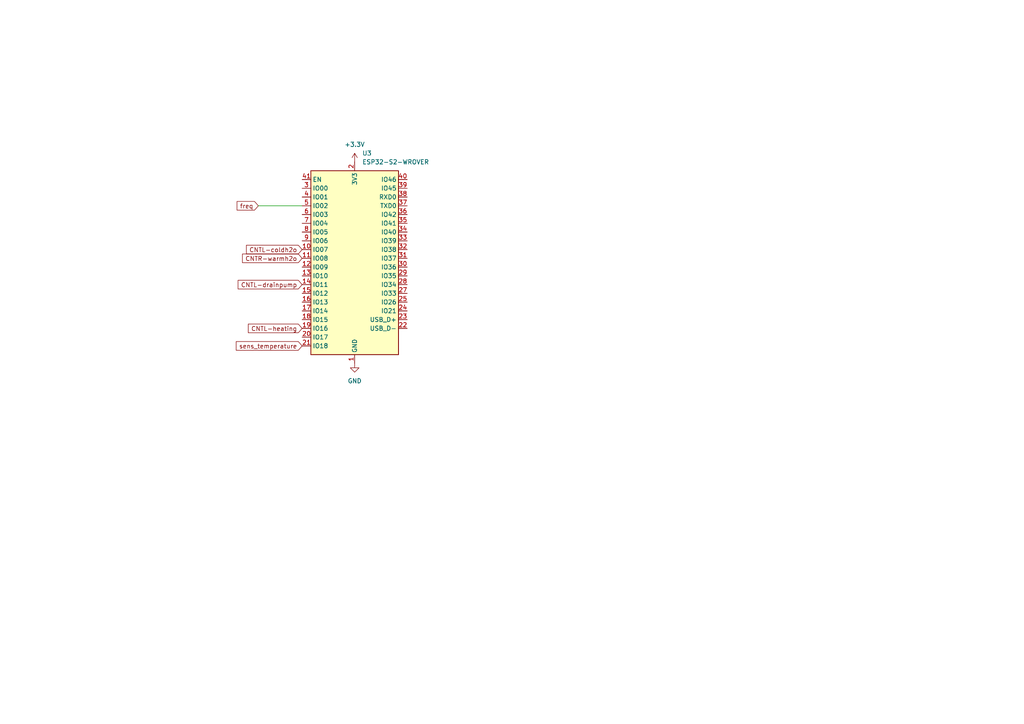
<source format=kicad_sch>
(kicad_sch (version 20231120) (generator "eeschema") (generator_version "8.0")
  (paper "A4")
  (lib_symbols
    (symbol "RF_Module:ESP32-S2-WROVER"
      (property "Reference" "U" (at -12.7 29.21 0))
      (property "Value" "ESP32-S2-WROVER" (at 2.54 29.21 0))
      (symbol "ESP32-S2-WROVER_0_1"
        (rectangle (start -12.7 27.94) (end 12.7 -25.4) (stroke (width 0.254)) (fill (type background)))
      )
      (symbol "ESP32-S2-WROVER_1_1"
        (pin power_in line (at 0 -27.94 90) (length 2.54) (name "GND") (number "1"))
        (pin bidirectional line (at -15.24 5.08 0) (length 2.54) (name "IO07") (number "10"))
        (pin bidirectional line (at -15.24 2.54 0) (length 2.54) (name "IO08") (number "11"))
        (pin bidirectional line (at -15.24 0 0) (length 2.54) (name "IO09") (number "12"))
        (pin bidirectional line (at -15.24 -2.54 0) (length 2.54) (name "IO10") (number "13"))
        (pin bidirectional line (at -15.24 -5.08 0) (length 2.54) (name "IO11") (number "14"))
        (pin bidirectional line (at -15.24 -7.62 0) (length 2.54) (name "IO12") (number "15"))
        (pin bidirectional line (at -15.24 -10.16 0) (length 2.54) (name "IO13") (number "16"))
        (pin bidirectional line (at -15.24 -12.7 0) (length 2.54) (name "IO14") (number "17"))
        (pin bidirectional line (at -15.24 -15.24 0) (length 2.54) (name "IO15") (number "18"))
        (pin bidirectional line (at -15.24 -17.78 0) (length 2.54) (name "IO16") (number "19"))
        (pin power_in line (at 0 30.48 270) (length 2.54) (name "3V3") (number "2"))
        (pin bidirectional line (at -15.24 -20.32 0) (length 2.54) (name "IO17") (number "20"))
        (pin bidirectional line (at -15.24 -22.86 0) (length 2.54) (name "IO18") (number "21"))
        (pin bidirectional line (at 15.24 -17.78 180) (length 2.54) (name "USB_D-") (number "22"))
        (pin bidirectional line (at 15.24 -15.24 180) (length 2.54) (name "USB_D+") (number "23"))
        (pin bidirectional line (at 15.24 -12.7 180) (length 2.54) (name "IO21") (number "24"))
        (pin bidirectional line (at 15.24 -10.16 180) (length 2.54) (name "IO26") (number "25"))
        (pin passive line (at 0 -27.94 90) (length 2.54) hide (name "GND") (number "26"))
        (pin bidirectional line (at 15.24 -7.62 180) (length 2.54) (name "IO33") (number "27"))
        (pin bidirectional line (at 15.24 -5.08 180) (length 2.54) (name "IO34") (number "28"))
        (pin bidirectional line (at 15.24 -2.54 180) (length 2.54) (name "IO35") (number "29"))
        (pin bidirectional line (at -15.24 22.86 0) (length 2.54) (name "IO00") (number "3"))
        (pin bidirectional line (at 15.24 0 180) (length 2.54) (name "IO36") (number "30"))
        (pin bidirectional line (at 15.24 2.54 180) (length 2.54) (name "IO37") (number "31"))
        (pin bidirectional line (at 15.24 5.08 180) (length 2.54) (name "IO38") (number "32"))
        (pin bidirectional line (at 15.24 7.62 180) (length 2.54) (name "IO39") (number "33"))
        (pin bidirectional line (at 15.24 10.16 180) (length 2.54) (name "IO40") (number "34"))
        (pin bidirectional line (at 15.24 12.7 180) (length 2.54) (name "IO41") (number "35"))
        (pin bidirectional line (at 15.24 15.24 180) (length 2.54) (name "IO42") (number "36"))
        (pin bidirectional line (at 15.24 17.78 180) (length 2.54) (name "TXD0") (number "37"))
        (pin bidirectional line (at 15.24 20.32 180) (length 2.54) (name "RXD0") (number "38"))
        (pin bidirectional line (at 15.24 22.86 180) (length 2.54) (name "IO45") (number "39"))
        (pin bidirectional line (at -15.24 20.32 0) (length 2.54) (name "IO01") (number "4"))
        (pin input line (at 15.24 25.4 180) (length 2.54) (name "IO46") (number "40"))
        (pin input line (at -15.24 25.4 0) (length 2.54) (name "EN") (number "41"))
        (pin passive line (at 0 -27.94 90) (length 2.54) hide (name "GND") (number "42"))
        (pin passive line (at 0 -27.94 90) (length 2.54) hide (name "GND") (number "43"))
        (pin bidirectional line (at -15.24 17.78 0) (length 2.54) (name "IO02") (number "5"))
        (pin bidirectional line (at -15.24 15.24 0) (length 2.54) (name "IO03") (number "6"))
        (pin bidirectional line (at -15.24 12.7 0) (length 2.54) (name "IO04") (number "7"))
        (pin bidirectional line (at -15.24 10.16 0) (length 2.54) (name "IO05") (number "8"))
        (pin bidirectional line (at -15.24 7.62 0) (length 2.54) (name "IO06") (number "9"))
      )
    )
    (symbol "power:+3.3V" (power) (pin_numbers hide) (pin_names (offset 0) hide)
      (property "Value" "+3.3V" (at 0 3.556 0))
      (symbol "+3.3V_0_1"
        (polyline (pts (xy -0.762 1.27) (xy 0 2.54)))
        (polyline (pts (xy 0 0) (xy 0 2.54)))
        (polyline (pts (xy 0 2.54) (xy 0.762 1.27)))
      )
      (symbol "+3.3V_1_1"
        (pin power_in line (at 0 0 90) (length 0) (name "~") (number "1"))
      )
    )
    (symbol "power:GND" (power) (pin_names (offset 0))
      (property "Value" "GND" (at 0 -3.81 0))
      (symbol "GND_0_1"
        (polyline (pts (xy 0 0) (xy 0 -1.27) (xy 1.27 -1.27) (xy 0 -2.54) (xy -1.27 -1.27) (xy 0 -1.27)))
      )
      (symbol "GND_1_1"
        (pin power_in line (at 0 0 270) (length 0) hide (name "GND") (number "1"))
      )
    )
  )
  (wire (pts (xy 74.93 59.69) (xy 87.63 59.69)))
  (global_label "freq" (shape input) (at 74.93 59.69 180) (property "Intersheetrefs" "${INTERSHEET_REFS}" (effects (hide yes))))
  (global_label "CNTR-warmh2o" (shape input) (at 87.63 74.93 180) (property "Intersheetrefs" "${INTERSHEET_REFS}" (effects (hide yes))) (property "Referenzen zwischen Schaltplänen" "${INTERSHEET_REFS}" (effects (hide yes))))
  (global_label "sens_temperature" (shape input) (at 87.63 100.33 180) (property "Intersheetrefs" "${INTERSHEET_REFS}" (effects (hide yes))))
  (global_label "CNTL-heating" (shape input) (at 87.63 95.25 180) (property "Intersheetrefs" "${INTERSHEET_REFS}" (effects (hide yes))) (property "Referenzen zwischen Schaltplänen" "${INTERSHEET_REFS}" (effects (hide yes))))
  (global_label "CNTL-coldh2o" (shape input) (at 87.63 72.39 180) (property "Intersheetrefs" "${INTERSHEET_REFS}" (effects (hide yes))) (property "Referenzen zwischen Schaltplänen" "${INTERSHEET_REFS}" (effects (hide yes))))
  (global_label "CNTL-drainpump" (shape input) (at 87.63 82.55 180) (property "Intersheetrefs" "${INTERSHEET_REFS}" (effects (hide yes))) (property "Referenzen zwischen Schaltplänen" "${INTERSHEET_REFS}" (effects (hide yes))))
  (symbol (lib_id "power:GND") (at 102.87 105.41 0) (unit 1)
    (property "Reference" "#PWR05" (effects (hide yes)))
    (property "Value" "GND" (at 102.87 110.49 0))
  )
  (symbol (lib_id "RF_Module:ESP32-S2-WROVER") (at 102.87 77.47 0) (unit 1)
    (property "Reference" "U3" (at 105.0641 44.45 0) (effects (justify left)))
    (property "Value" "ESP32-S2-WROVER" (at 105.0641 46.99 0) (effects (justify left)))
    (property "Footprint" "RF_Module:ESP32-S2-WROVER" (effects (hide yes)))
    (property "Datasheet" "https://www.espressif.com/sites/default/files/documentation/esp32-s2-wroom_esp32-s2-wroom-i_datasheet_en.pdf" (effects (hide yes)))
    (property "Description" "RF Module, ESP32-D0WDQ6 SoC, Wi-Fi 802.11b/g/n, 32-bit, 2.7-3.6V, onboard antenna, SMD" (effects (hide yes)))
  )
  (symbol (lib_id "power:+3.3V") (at 102.87 46.99 0) (unit 1)
    (property "Reference" "#PWR02" (effects (hide yes)))
    (property "Value" "+3.3V" (at 102.87 41.91 0))
    (property "Description" "Power symbol creates a global label with name \"+3.3V\"" (effects (hide yes)))
  )
)
</source>
